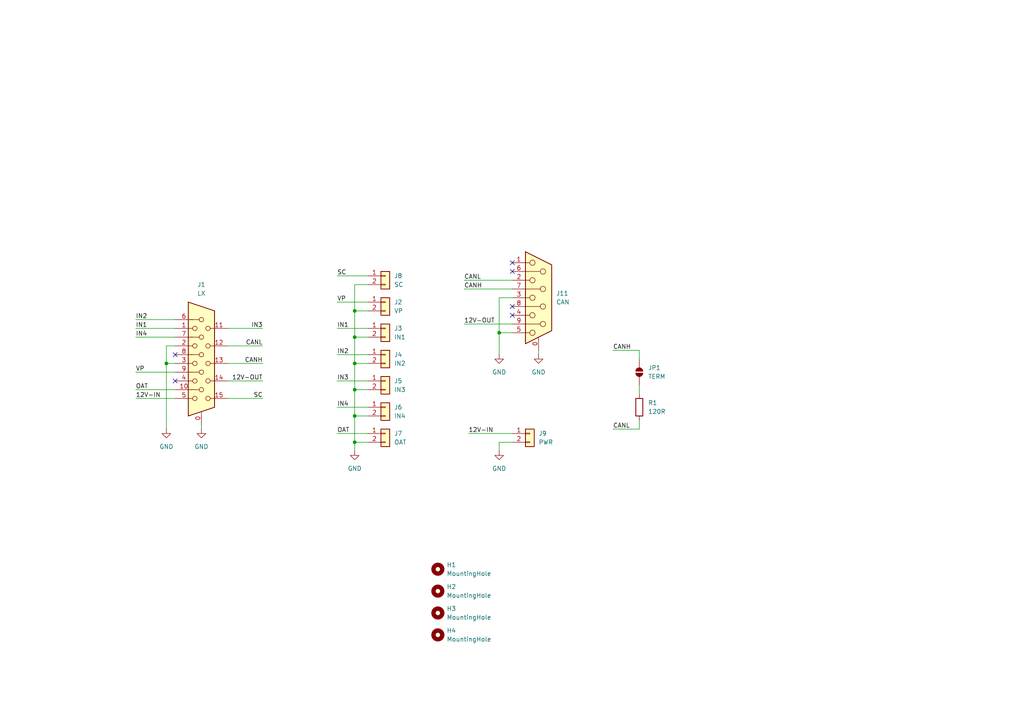
<source format=kicad_sch>
(kicad_sch (version 20250114) (generator "eeschema") (generator_version "9.0")
  (paper "A4")
  (lib_symbols
    (symbol "Connector:DE15_Socket_HighDensity_MountingHoles" (pin_names (offset 1.016) (hide yes))
      (property "Reference" "J" (at 0 21.59 0))
      (property "Value" "DE15_Socket_HighDensity_MountingHoles" (at 0 19.05 0))
      (symbol "DE15_Socket_HighDensity_MountingHoles_0_1"
        (polyline (pts (xy -3.81 17.78) (xy -3.81 -15.24) (xy 3.81 -12.7) (xy 3.81 15.24) (xy -3.81 17.78)) (stroke (width 0.254)) (fill (type background)))
        (polyline (pts (xy -3.175 7.62) (xy -0.635 7.62)))
        (circle (center -1.905 10.16) (radius 0.635))
        (circle (center -1.905 5.08) (radius 0.635))
        (circle (center -1.905 0) (radius 0.635))
        (circle (center -1.905 -5.08) (radius 0.635))
        (circle (center -1.905 -10.16) (radius 0.635))
        (polyline (pts (xy -0.635 12.7) (xy -3.175 12.7)))
        (polyline (pts (xy -0.635 2.54) (xy -3.175 2.54)))
        (polyline (pts (xy -0.635 -2.54) (xy -3.175 -2.54)))
        (polyline (pts (xy -0.635 -7.62) (xy -3.175 -7.62)))
        (circle (center 0 12.7) (radius 0.635))
        (circle (center 0 7.62) (radius 0.635))
        (circle (center 0 2.54) (radius 0.635))
        (circle (center 0 -2.54) (radius 0.635))
        (circle (center 0 -7.62) (radius 0.635))
        (circle (center 1.905 10.16) (radius 0.635))
        (circle (center 1.905 5.08) (radius 0.635))
        (circle (center 1.905 0) (radius 0.635))
        (circle (center 1.905 -5.08) (radius 0.635))
        (circle (center 1.905 -10.16) (radius 0.635))
      )
      (symbol "DE15_Socket_HighDensity_MountingHoles_1_1"
        (pin passive line (at -7.62 12.7 0) (length 5.08) (name "~") (number "6"))
        (pin passive line (at -7.62 10.16 0) (length 5.08) (name "~") (number "1"))
        (pin passive line (at -7.62 7.62 0) (length 5.08) (name "~") (number "7"))
        (pin passive line (at -7.62 5.08 0) (length 5.08) (name "~") (number "2"))
        (pin passive line (at -7.62 2.54 0) (length 5.08) (name "~") (number "8"))
        (pin passive line (at -7.62 0 0) (length 5.08) (name "~") (number "3"))
        (pin passive line (at -7.62 -2.54 0) (length 5.08) (name "~") (number "9"))
        (pin passive line (at -7.62 -5.08 0) (length 5.08) (name "~") (number "4"))
        (pin passive line (at -7.62 -7.62 0) (length 5.08) (name "~") (number "10"))
        (pin passive line (at -7.62 -10.16 0) (length 5.08) (name "~") (number "5"))
        (pin passive line (at 0 -17.78 90) (length 3.81) (name "~") (number "0"))
        (pin passive line (at 7.62 10.16 180) (length 5.08) (name "~") (number "11"))
        (pin passive line (at 7.62 5.08 180) (length 5.08) (name "~") (number "12"))
        (pin passive line (at 7.62 0 180) (length 5.08) (name "~") (number "13"))
        (pin passive line (at 7.62 -5.08 180) (length 5.08) (name "~") (number "14"))
        (pin passive line (at 7.62 -10.16 180) (length 5.08) (name "~") (number "15"))
      )
    )
    (symbol "Connector:DE9_Socket_MountingHoles" (pin_names (offset 1.016) (hide yes))
      (property "Reference" "J" (at 0 16.51 0))
      (property "Value" "DE9_Socket_MountingHoles" (at 0 14.605 0))
      (symbol "DE9_Socket_MountingHoles_0_1"
        (polyline (pts (xy -3.81 13.335) (xy -3.81 -13.335) (xy 3.81 -9.525) (xy 3.81 9.525) (xy -3.81 13.335)) (stroke (width 0.254)) (fill (type background)))
        (polyline (pts (xy -3.81 10.16) (xy -2.54 10.16)))
        (polyline (pts (xy -3.81 7.62) (xy 0.508 7.62)))
        (polyline (pts (xy -3.81 5.08) (xy -2.54 5.08)))
        (polyline (pts (xy -3.81 2.54) (xy 0.508 2.54)))
        (polyline (pts (xy -3.81 0) (xy -2.54 0)))
        (polyline (pts (xy -3.81 -2.54) (xy 0.508 -2.54)))
        (polyline (pts (xy -3.81 -5.08) (xy -2.54 -5.08)))
        (polyline (pts (xy -3.81 -7.62) (xy 0.508 -7.62)))
        (polyline (pts (xy -3.81 -10.16) (xy -2.54 -10.16)))
        (circle (center -1.778 10.16) (radius 0.762))
        (circle (center -1.778 5.08) (radius 0.762))
        (circle (center -1.778 0) (radius 0.762))
        (circle (center -1.778 -5.08) (radius 0.762))
        (circle (center -1.778 -10.16) (radius 0.762))
        (circle (center 1.27 7.62) (radius 0.762))
        (circle (center 1.27 2.54) (radius 0.762))
        (circle (center 1.27 -2.54) (radius 0.762))
        (circle (center 1.27 -7.62) (radius 0.762))
      )
      (symbol "DE9_Socket_MountingHoles_1_1"
        (pin passive line (at -7.62 10.16 0) (length 3.81) (name "1") (number "1"))
        (pin passive line (at -7.62 7.62 0) (length 3.81) (name "6") (number "6"))
        (pin passive line (at -7.62 5.08 0) (length 3.81) (name "2") (number "2"))
        (pin passive line (at -7.62 2.54 0) (length 3.81) (name "7") (number "7"))
        (pin passive line (at -7.62 0 0) (length 3.81) (name "3") (number "3"))
        (pin passive line (at -7.62 -2.54 0) (length 3.81) (name "8") (number "8"))
        (pin passive line (at -7.62 -5.08 0) (length 3.81) (name "4") (number "4"))
        (pin passive line (at -7.62 -7.62 0) (length 3.81) (name "9") (number "9"))
        (pin passive line (at -7.62 -10.16 0) (length 3.81) (name "5") (number "5"))
        (pin passive line (at 0 -15.24 90) (length 3.81) (name "PAD") (number "0"))
      )
    )
    (symbol "Connector_Generic:Conn_01x02" (pin_names (offset 1.016) (hide yes))
      (property "Reference" "J" (at 0 2.54 0))
      (property "Value" "Conn_01x02" (at 0 -5.08 0))
      (symbol "Conn_01x02_1_1"
        (rectangle (start -1.27 1.27) (end 1.27 -3.81) (stroke (width 0.254)) (fill (type background)))
        (rectangle (start -1.27 0.127) (end 0 -0.127) (stroke (width 0.1524)))
        (rectangle (start -1.27 -2.413) (end 0 -2.667) (stroke (width 0.1524)))
        (pin passive line (at -5.08 0 0) (length 3.81) (name "Pin_1") (number "1"))
        (pin passive line (at -5.08 -2.54 0) (length 3.81) (name "Pin_2") (number "2"))
      )
    )
    (symbol "Device:R" (pin_numbers (hide yes)) (pin_names (offset 0))
      (property "Reference" "R" (at 2.032 0 90))
      (property "Value" "R" (at 0 0 90))
      (symbol "R_0_1"
        (rectangle (start -1.016 -2.54) (end 1.016 2.54) (stroke (width 0.254)))
      )
      (symbol "R_1_1"
        (pin passive line (at 0 3.81 270) (length 1.27) (name "~") (number "1"))
        (pin passive line (at 0 -3.81 90) (length 1.27) (name "~") (number "2"))
      )
    )
    (symbol "Jumper:SolderJumper_2_Open" (pin_numbers (hide yes)) (pin_names (offset 0) (hide yes)) (in_bom no)
      (property "Reference" "JP" (at 0 2.032 0))
      (property "Value" "SolderJumper_2_Open" (at 0 -2.54 0))
      (symbol "SolderJumper_2_Open_0_1"
        (polyline (pts (xy -0.254 1.016) (xy -0.254 -1.016)))
        (arc (start -0.254 -1.016) (mid -1.2656 0) (end -0.254 1.016))
        (arc (start -0.254 -1.016) (mid -1.2656 0) (end -0.254 1.016) (fill (type outline)))
        (arc (start 0.254 1.016) (mid 1.2656 0) (end 0.254 -1.016))
        (arc (start 0.254 1.016) (mid 1.2656 0) (end 0.254 -1.016) (fill (type outline)))
        (polyline (pts (xy 0.254 1.016) (xy 0.254 -1.016)))
      )
      (symbol "SolderJumper_2_Open_1_1"
        (pin passive line (at -3.81 0 0) (length 2.54) (name "A") (number "1"))
        (pin passive line (at 3.81 0 180) (length 2.54) (name "B") (number "2"))
      )
    )
    (symbol "Mechanical:MountingHole" (pin_names (offset 1.016)) (in_bom no)
      (property "Reference" "H" (at 0 5.08 0))
      (property "Value" "MountingHole" (at 0 3.175 0))
      (symbol "MountingHole_0_1"
        (circle (center 0 0) (radius 1.27) (stroke (width 1.27)))
      )
    )
    (symbol "power:GND" (power) (pin_numbers (hide yes)) (pin_names (offset 0) (hide yes))
      (property "Value" "GND" (at 0 -3.81 0))
      (symbol "GND_0_1"
        (polyline (pts (xy 0 0) (xy 0 -1.27) (xy 1.27 -1.27) (xy 0 -2.54) (xy -1.27 -1.27) (xy 0 -1.27)))
      )
      (symbol "GND_1_1"
        (pin power_in line (at 0 0 270) (length 0) (name "~") (number "1"))
      )
    )
  )
  (junction (at 102.87 128.27))
  (junction (at 102.87 113.03))
  (junction (at 48.26 105.41))
  (junction (at 144.78 96.52))
  (junction (at 102.87 90.17))
  (junction (at 102.87 105.41))
  (junction (at 102.87 97.79))
  (junction (at 102.87 120.65))
  (no_connect (at 50.8 102.87))
  (no_connect (at 148.59 91.44))
  (no_connect (at 148.59 88.9))
  (no_connect (at 50.8 110.49))
  (no_connect (at 148.59 78.74))
  (no_connect (at 148.59 76.2))
  (wire (pts (xy 156.21 101.6) (xy 156.21 102.87)))
  (wire (pts (xy 97.79 110.49) (xy 106.68 110.49)))
  (wire (pts (xy 106.68 82.55) (xy 102.87 82.55)))
  (wire (pts (xy 102.87 120.65) (xy 102.87 128.27)))
  (wire (pts (xy 48.26 105.41) (xy 50.8 105.41)))
  (wire (pts (xy 177.8 101.6) (xy 185.42 101.6)))
  (wire (pts (xy 134.62 81.28) (xy 148.59 81.28)))
  (wire (pts (xy 48.26 105.41) (xy 48.26 124.46)))
  (wire (pts (xy 102.87 105.41) (xy 102.87 113.03)))
  (wire (pts (xy 76.2 95.25) (xy 66.04 95.25)))
  (wire (pts (xy 144.78 86.36) (xy 144.78 96.52)))
  (wire (pts (xy 185.42 111.76) (xy 185.42 114.3)))
  (wire (pts (xy 39.37 113.03) (xy 50.8 113.03)))
  (wire (pts (xy 39.37 97.79) (xy 50.8 97.79)))
  (wire (pts (xy 102.87 128.27) (xy 102.87 130.81)))
  (wire (pts (xy 58.42 123.19) (xy 58.42 124.46)))
  (wire (pts (xy 135.89 125.73) (xy 148.59 125.73)))
  (wire (pts (xy 50.8 95.25) (xy 39.37 95.25)))
  (wire (pts (xy 66.04 100.33) (xy 76.2 100.33)))
  (wire (pts (xy 66.04 115.57) (xy 76.2 115.57)))
  (wire (pts (xy 102.87 113.03) (xy 106.68 113.03)))
  (wire (pts (xy 39.37 92.71) (xy 50.8 92.71)))
  (wire (pts (xy 102.87 113.03) (xy 102.87 120.65)))
  (wire (pts (xy 102.87 97.79) (xy 106.68 97.79)))
  (wire (pts (xy 144.78 128.27) (xy 148.59 128.27)))
  (wire (pts (xy 185.42 104.14) (xy 185.42 101.6)))
  (wire (pts (xy 134.62 93.98) (xy 148.59 93.98)))
  (wire (pts (xy 39.37 115.57) (xy 50.8 115.57)))
  (wire (pts (xy 48.26 100.33) (xy 50.8 100.33)))
  (wire (pts (xy 48.26 100.33) (xy 48.26 105.41)))
  (wire (pts (xy 97.79 102.87) (xy 106.68 102.87)))
  (wire (pts (xy 66.04 110.49) (xy 76.2 110.49)))
  (wire (pts (xy 39.37 107.95) (xy 50.8 107.95)))
  (wire (pts (xy 97.79 80.01) (xy 106.68 80.01)))
  (wire (pts (xy 144.78 96.52) (xy 144.78 102.87)))
  (wire (pts (xy 102.87 97.79) (xy 102.87 105.41)))
  (wire (pts (xy 177.8 124.46) (xy 185.42 124.46)))
  (wire (pts (xy 134.62 83.82) (xy 148.59 83.82)))
  (wire (pts (xy 102.87 105.41) (xy 106.68 105.41)))
  (wire (pts (xy 97.79 125.73) (xy 106.68 125.73)))
  (wire (pts (xy 102.87 90.17) (xy 102.87 97.79)))
  (wire (pts (xy 66.04 105.41) (xy 76.2 105.41)))
  (wire (pts (xy 185.42 121.92) (xy 185.42 124.46)))
  (wire (pts (xy 102.87 120.65) (xy 106.68 120.65)))
  (wire (pts (xy 148.59 86.36) (xy 144.78 86.36)))
  (wire (pts (xy 102.87 128.27) (xy 106.68 128.27)))
  (wire (pts (xy 144.78 130.81) (xy 144.78 128.27)))
  (wire (pts (xy 97.79 95.25) (xy 106.68 95.25)))
  (wire (pts (xy 102.87 82.55) (xy 102.87 90.17)))
  (wire (pts (xy 148.59 96.52) (xy 144.78 96.52)))
  (wire (pts (xy 97.79 118.11) (xy 106.68 118.11)))
  (wire (pts (xy 97.79 87.63) (xy 106.68 87.63)))
  (wire (pts (xy 106.68 90.17) (xy 102.87 90.17)))
  (label "CANH" (at 177.8 101.6 0))
  (label "SC" (at 76.2 115.57 180))
  (label "IN2" (at 97.79 102.87 0))
  (label "VP" (at 39.37 107.95 0))
  (label "IN1" (at 97.79 95.25 0))
  (label "SC" (at 97.79 80.01 0))
  (label "IN4" (at 39.37 97.79 0))
  (label "IN3" (at 76.2 95.25 180))
  (label "12V-IN" (at 135.89 125.73 0))
  (label "VP" (at 97.79 87.63 0))
  (label "12V-OUT" (at 76.2 110.49 180))
  (label "CANH" (at 134.62 83.82 0))
  (label "CANL" (at 134.62 81.28 0))
  (label "CANL" (at 177.8 124.46 0))
  (label "IN2" (at 39.37 92.71 0))
  (label "12V-IN" (at 39.37 115.57 0))
  (label "OAT" (at 97.79 125.73 0))
  (label "12V-OUT" (at 134.62 93.98 0))
  (label "CANL" (at 76.2 100.33 180))
  (label "IN1" (at 39.37 95.25 0))
  (label "IN3" (at 97.79 110.49 0))
  (label "OAT" (at 39.37 113.03 0))
  (label "IN4" (at 97.79 118.11 0))
  (label "CANH" (at 76.2 105.41 180))
  (symbol (lib_id "Mechanical:MountingHole") (at 127 171.45 0) (unit 1) (in_bom no)
    (property "Reference" "H2" (at 129.54 170.1799 0) (effects (justify left)))
    (property "Value" "MountingHole" (at 129.54 172.7199 0) (effects (justify left)))
    (property "Footprint" "MountingHole:MountingHole_3.2mm_M3" (effects (hide yes)))
    (property "Description" "Mounting Hole without connection" (effects (hide yes)))
  )
  (symbol (lib_id "power:GND") (at 144.78 130.81 0) (unit 1)
    (property "Reference" "#PWR3" (effects (hide yes)))
    (property "Value" "GND" (at 144.78 135.89 0))
    (property "Description" "Power symbol creates a global label with name \"GND\" , ground" (effects (hide yes)))
  )
  (symbol (lib_id "power:GND") (at 58.42 124.46 0) (unit 1)
    (property "Reference" "#PWR05" (effects (hide yes)))
    (property "Value" "GND" (at 58.42 129.54 0))
    (property "Description" "Power symbol creates a global label with name \"GND\" , ground" (effects (hide yes)))
  )
  (symbol (lib_id "Mechanical:MountingHole") (at 127 165.1 0) (unit 1) (in_bom no)
    (property "Reference" "H1" (at 129.54 163.8299 0) (effects (justify left)))
    (property "Value" "MountingHole" (at 129.54 166.3699 0) (effects (justify left)))
    (property "Footprint" "MountingHole:MountingHole_3.2mm_M3" (effects (hide yes)))
    (property "Description" "Mounting Hole without connection" (effects (hide yes)))
  )
  (symbol (lib_id "Connector_Generic:Conn_01x02") (at 111.76 80.01 0) (unit 1)
    (property "Reference" "J8" (at 114.3 80.0099 0) (effects (justify left)))
    (property "Value" "SC" (at 114.3 82.5499 0) (effects (justify left)))
    (property "Footprint" "GSI_footprints:Wago-250-202" (effects (hide yes)))
    (property "Description" "Generic connector, single row, 01x02, script generated (kicad-library-utils/schlib/autogen/connector/)" (effects (hide yes)))
  )
  (symbol (lib_id "Connector_Generic:Conn_01x02") (at 111.76 118.11 0) (unit 1)
    (property "Reference" "J6" (at 114.3 118.1099 0) (effects (justify left)))
    (property "Value" "IN4" (at 114.3 120.6499 0) (effects (justify left)))
    (property "Footprint" "GSI_footprints:Wago-250-202" (effects (hide yes)))
    (property "Description" "Generic connector, single row, 01x02, script generated (kicad-library-utils/schlib/autogen/connector/)" (effects (hide yes)))
  )
  (symbol (lib_id "Connector:DE15_Socket_HighDensity_MountingHoles") (at 58.42 105.41 0) (unit 1)
    (property "Reference" "J1" (at 58.42 82.55 0))
    (property "Value" "LX" (at 58.42 85.09 0))
    (property "Footprint" "Connector_Dsub:DSUB-15-HD_Socket_Vertical_P2.29x1.98mm_MountingHoles" (effects (hide yes)))
    (property "Description" "15-pin D-SUB connector, socket (female), High density (3 columns), Triple Row, Generic, VGA-connector, Mounting Hole" (effects (hide yes)))
  )
  (symbol (lib_id "Jumper:SolderJumper_2_Open") (at 185.42 107.95 90) (unit 1) (in_bom no)
    (property "Reference" "JP1" (at 187.96 106.6799 90) (effects (justify right)))
    (property "Value" "TERM" (at 187.96 109.2199 90) (effects (justify right)))
    (property "Footprint" "Jumper:SolderJumper-2_P1.3mm_Open_RoundedPad1.0x1.5mm" (effects (hide yes)))
    (property "Description" "Solder Jumper, 2-pole, open" (effects (hide yes)))
  )
  (symbol (lib_id "Mechanical:MountingHole") (at 127 177.8 0) (unit 1) (in_bom no)
    (property "Reference" "H3" (at 129.54 176.5299 0) (effects (justify left)))
    (property "Value" "MountingHole" (at 129.54 179.0699 0) (effects (justify left)))
    (property "Footprint" "MountingHole:MountingHole_3.2mm_M3" (effects (hide yes)))
    (property "Description" "Mounting Hole without connection" (effects (hide yes)))
  )
  (symbol (lib_id "Device:R") (at 185.42 118.11 0) (unit 1)
    (property "Reference" "R1" (at 187.96 116.8399 0) (effects (justify left)))
    (property "Value" "120R" (at 187.96 119.3799 0) (effects (justify left)))
    (property "Footprint" "Resistor_SMD:R_0603_1608Metric" (effects (hide yes)))
    (property "Description" "Resistor" (effects (hide yes)))
  )
  (symbol (lib_id "power:GND") (at 156.21 102.87 0) (unit 1)
    (property "Reference" "#PWR07" (effects (hide yes)))
    (property "Value" "GND" (at 156.21 107.95 0))
    (property "Description" "Power symbol creates a global label with name \"GND\" , ground" (effects (hide yes)))
  )
  (symbol (lib_id "Connector:DE9_Socket_MountingHoles") (at 156.21 86.36 0) (unit 1)
    (property "Reference" "J11" (at 161.29 85.0899 0) (effects (justify left)))
    (property "Value" "CAN" (at 161.29 87.6299 0) (effects (justify left)))
    (property "Footprint" "Connector_Dsub:DSUB-9_Socket_Vertical_P2.77x2.84mm_MountingHoles" (effects (hide yes)))
    (property "Description" "9-pin D-SUB connector, socket (female), Mounting Hole" (effects (hide yes)))
  )
  (symbol (lib_id "Connector_Generic:Conn_01x02") (at 111.76 102.87 0) (unit 1)
    (property "Reference" "J4" (at 114.3 102.8699 0) (effects (justify left)))
    (property "Value" "IN2" (at 114.3 105.4099 0) (effects (justify left)))
    (property "Footprint" "GSI_footprints:Wago-250-202" (effects (hide yes)))
    (property "Description" "Generic connector, single row, 01x02, script generated (kicad-library-utils/schlib/autogen/connector/)" (effects (hide yes)))
  )
  (symbol (lib_id "Connector_Generic:Conn_01x02") (at 111.76 110.49 0) (unit 1)
    (property "Reference" "J5" (at 114.3 110.4899 0) (effects (justify left)))
    (property "Value" "IN3" (at 114.3 113.0299 0) (effects (justify left)))
    (property "Footprint" "GSI_footprints:Wago-250-202" (effects (hide yes)))
    (property "Description" "Generic connector, single row, 01x02, script generated (kicad-library-utils/schlib/autogen/connector/)" (effects (hide yes)))
  )
  (symbol (lib_id "power:GND") (at 102.87 130.81 0) (unit 1)
    (property "Reference" "#PWR2" (effects (hide yes)))
    (property "Value" "GND" (at 102.87 135.89 0))
    (property "Description" "Power symbol creates a global label with name \"GND\" , ground" (effects (hide yes)))
  )
  (symbol (lib_id "Connector_Generic:Conn_01x02") (at 111.76 95.25 0) (unit 1)
    (property "Reference" "J3" (at 114.3 95.2499 0) (effects (justify left)))
    (property "Value" "IN1" (at 114.3 97.7899 0) (effects (justify left)))
    (property "Footprint" "GSI_footprints:Wago-250-202" (effects (hide yes)))
    (property "Description" "Generic connector, single row, 01x02, script generated (kicad-library-utils/schlib/autogen/connector/)" (effects (hide yes)))
  )
  (symbol (lib_id "Connector_Generic:Conn_01x02") (at 153.67 125.73 0) (unit 1)
    (property "Reference" "J9" (at 156.21 125.7299 0) (effects (justify left)))
    (property "Value" "PWR" (at 156.21 128.2699 0) (effects (justify left)))
    (property "Footprint" "GSI_footprints:Wago-250-202" (effects (hide yes)))
    (property "Description" "Generic connector, single row, 01x02, script generated (kicad-library-utils/schlib/autogen/connector/)" (effects (hide yes)))
  )
  (symbol (lib_id "Connector_Generic:Conn_01x02") (at 111.76 125.73 0) (unit 1)
    (property "Reference" "J7" (at 114.3 125.7299 0) (effects (justify left)))
    (property "Value" "OAT" (at 114.3 128.2699 0) (effects (justify left)))
    (property "Footprint" "GSI_footprints:Wago-250-202" (effects (hide yes)))
    (property "Description" "Generic connector, single row, 01x02, script generated (kicad-library-utils/schlib/autogen/connector/)" (effects (hide yes)))
  )
  (symbol (lib_id "power:GND") (at 144.78 102.87 0) (unit 1)
    (property "Reference" "#PWR4" (effects (hide yes)))
    (property "Value" "GND" (at 144.78 107.95 0))
    (property "Description" "Power symbol creates a global label with name \"GND\" , ground" (effects (hide yes)))
  )
  (symbol (lib_id "Mechanical:MountingHole") (at 127 184.15 0) (unit 1) (in_bom no)
    (property "Reference" "H4" (at 129.54 182.8799 0) (effects (justify left)))
    (property "Value" "MountingHole" (at 129.54 185.4199 0) (effects (justify left)))
    (property "Footprint" "MountingHole:MountingHole_3.2mm_M3" (effects (hide yes)))
    (property "Description" "Mounting Hole without connection" (effects (hide yes)))
  )
  (symbol (lib_id "power:GND") (at 48.26 124.46 0) (unit 1)
    (property "Reference" "#PWR06" (effects (hide yes)))
    (property "Value" "GND" (at 48.26 129.54 0))
    (property "Description" "Power symbol creates a global label with name \"GND\" , ground" (effects (hide yes)))
  )
  (symbol (lib_id "Connector_Generic:Conn_01x02") (at 111.76 87.63 0) (unit 1)
    (property "Reference" "J2" (at 114.3 87.6299 0) (effects (justify left)))
    (property "Value" "VP" (at 114.3 90.1699 0) (effects (justify left)))
    (property "Footprint" "GSI_footprints:Wago-250-202" (effects (hide yes)))
    (property "Description" "Generic connector, single row, 01x02, script generated (kicad-library-utils/schlib/autogen/connector/)" (effects (hide yes)))
  )
)
</source>
